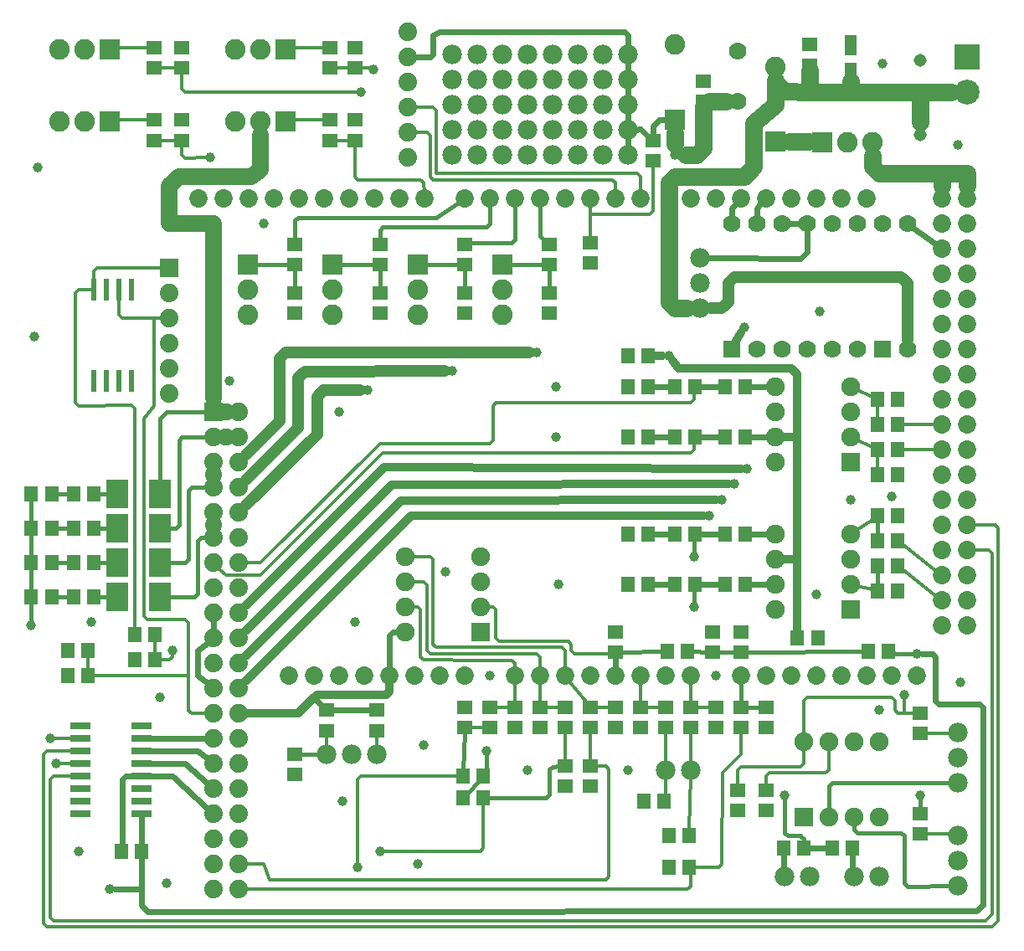
<source format=gtl>
G04 MADE WITH FRITZING*
G04 WWW.FRITZING.ORG*
G04 DOUBLE SIDED*
G04 HOLES PLATED*
G04 CONTOUR ON CENTER OF CONTOUR VECTOR*
%ASAXBY*%
%FSLAX23Y23*%
%MOIN*%
%OFA0B0*%
%SFA1.0B1.0*%
%ADD10C,0.039370*%
%ADD11C,0.075000*%
%ADD12C,0.070000*%
%ADD13C,0.074000*%
%ADD14C,0.078000*%
%ADD15C,0.072917*%
%ADD16C,0.082000*%
%ADD17C,0.051496*%
%ADD18C,0.099055*%
%ADD19R,0.090086X0.113708*%
%ADD20R,0.075000X0.075000*%
%ADD21R,0.023622X0.086614*%
%ADD22R,0.055118X0.059055*%
%ADD23R,0.047244X0.078740*%
%ADD24R,0.080000X0.026000*%
%ADD25R,0.059055X0.055118*%
%ADD26R,0.074000X0.074000*%
%ADD27R,0.070000X0.070000*%
%ADD28R,0.082000X0.082000*%
%ADD29R,0.099055X0.099055*%
%ADD30C,0.016000*%
%ADD31C,0.024000*%
%ADD32C,0.012000*%
%ADD33C,0.032000*%
%ADD34C,0.065000*%
%ADD35C,0.048000*%
%LNCOPPER1*%
G90*
G70*
G54D10*
X369Y289D03*
X57Y1339D03*
G54D11*
X3319Y1402D03*
X3019Y1402D03*
X3319Y1502D03*
X3019Y1502D03*
X3319Y1602D03*
X3019Y1602D03*
X3319Y1702D03*
X3019Y1702D03*
X3319Y1989D03*
X3019Y1989D03*
X3319Y2089D03*
X3019Y2089D03*
X3319Y2189D03*
X3019Y2189D03*
X3319Y2289D03*
X3019Y2289D03*
G54D10*
X594Y314D03*
X3319Y1839D03*
X244Y439D03*
X69Y2489D03*
X2157Y1502D03*
X3432Y1002D03*
X3757Y1114D03*
X982Y2939D03*
X1282Y2189D03*
G54D12*
X2869Y3627D03*
X2869Y3427D03*
G54D10*
X157Y789D03*
X132Y889D03*
X1444Y439D03*
X1869Y839D03*
X2432Y764D03*
X1619Y864D03*
X1294Y639D03*
G54D13*
X1557Y3702D03*
X1557Y3602D03*
X1557Y3502D03*
X1557Y3402D03*
X1557Y3302D03*
X1557Y3202D03*
X1557Y3702D03*
X1557Y3602D03*
X1557Y3502D03*
X1557Y3402D03*
X1557Y3302D03*
X1557Y3202D03*
G54D11*
X1844Y1314D03*
X1544Y1314D03*
X1844Y1414D03*
X1544Y1414D03*
X1844Y1514D03*
X1544Y1514D03*
X1844Y1614D03*
X1544Y1614D03*
G54D10*
X619Y1239D03*
X3057Y664D03*
X3582Y1227D03*
X2619Y3214D03*
X1732Y2352D03*
X2069Y2427D03*
X1394Y2277D03*
X2807Y1839D03*
X2757Y1777D03*
X2857Y1902D03*
X2907Y1964D03*
X769Y3202D03*
X1369Y3464D03*
X1419Y3552D03*
X3594Y664D03*
X3532Y1064D03*
X2594Y2414D03*
X1357Y377D03*
X1594Y389D03*
X3182Y1464D03*
X1344Y1352D03*
X1882Y1139D03*
X82Y3164D03*
X294Y1352D03*
X569Y1052D03*
X2782Y1139D03*
X1707Y1552D03*
X3744Y3252D03*
X3194Y2589D03*
G54D13*
X607Y2764D03*
X607Y2664D03*
X607Y2564D03*
X607Y2464D03*
X607Y2364D03*
X607Y2264D03*
G54D10*
X2144Y2289D03*
X2144Y2089D03*
X3482Y1852D03*
X844Y2314D03*
G54D12*
X3544Y2939D03*
X3544Y2439D03*
X3444Y2939D03*
X3444Y2439D03*
X3344Y2939D03*
X3344Y2439D03*
X3244Y2939D03*
X3244Y2439D03*
X3144Y2939D03*
X3144Y2439D03*
X3044Y2939D03*
X3044Y2439D03*
X2944Y2939D03*
X2944Y2439D03*
X2844Y2939D03*
X2844Y2439D03*
G54D10*
X3444Y3577D03*
X2032Y764D03*
G54D14*
X1732Y3214D03*
X1732Y3314D03*
X1732Y3414D03*
X1732Y3514D03*
X1732Y3614D03*
X2432Y3214D03*
X2432Y3314D03*
X2432Y3414D03*
X2432Y3514D03*
X2432Y3614D03*
X2232Y3614D03*
X2232Y3514D03*
X2232Y3414D03*
X2032Y3414D03*
X2032Y3614D03*
X2032Y3514D03*
X2032Y3214D03*
X2032Y3314D03*
X1832Y3514D03*
X1832Y3614D03*
X2332Y3214D03*
X1932Y3614D03*
X1932Y3414D03*
X1932Y3214D03*
X1932Y3314D03*
X2332Y3614D03*
X2332Y3514D03*
X2332Y3414D03*
X1832Y3214D03*
X1832Y3314D03*
X2132Y3414D03*
X1932Y3514D03*
X2132Y3214D03*
X2132Y3314D03*
X1432Y827D03*
X1332Y827D03*
X1232Y827D03*
X2132Y3614D03*
X2132Y3514D03*
X2332Y3314D03*
X1832Y3414D03*
X2232Y3214D03*
X2232Y3314D03*
G54D10*
X2894Y2527D03*
G54D11*
X3132Y577D03*
X3132Y877D03*
X3232Y577D03*
X3232Y877D03*
X3332Y577D03*
X3332Y877D03*
X3432Y577D03*
X3432Y877D03*
G54D13*
X882Y2189D03*
X882Y2089D03*
X882Y1989D03*
X882Y1889D03*
X882Y1789D03*
X882Y1689D03*
X882Y1589D03*
X882Y1489D03*
X882Y1389D03*
X882Y1289D03*
X882Y1189D03*
X882Y1089D03*
X882Y989D03*
X882Y889D03*
X882Y789D03*
X882Y689D03*
X882Y589D03*
X882Y489D03*
X882Y389D03*
X882Y289D03*
X782Y2189D03*
X782Y2089D03*
X782Y1989D03*
X782Y1889D03*
X782Y1789D03*
X782Y1689D03*
X782Y1589D03*
X782Y1489D03*
X782Y1389D03*
X782Y1289D03*
X782Y1189D03*
X782Y1089D03*
X782Y989D03*
X782Y889D03*
X782Y789D03*
X782Y689D03*
X782Y589D03*
X782Y489D03*
X782Y389D03*
X782Y289D03*
G54D15*
X2982Y1139D03*
X1382Y1139D03*
X3082Y1139D03*
X3182Y1139D03*
X3282Y1139D03*
X3382Y1139D03*
X3682Y2539D03*
X3482Y1139D03*
X3582Y1139D03*
X1422Y3039D03*
X1982Y1139D03*
X2082Y1139D03*
X2182Y1139D03*
X2282Y1139D03*
X3682Y1739D03*
X2382Y1139D03*
X2482Y1139D03*
X2582Y1139D03*
X2682Y1139D03*
X2182Y3039D03*
X3682Y2939D03*
X3682Y2139D03*
X3682Y1339D03*
X1022Y3039D03*
X1782Y1139D03*
X1782Y3039D03*
X3682Y2739D03*
X3682Y2339D03*
X3682Y1939D03*
X3382Y3039D03*
X3682Y1539D03*
X3282Y3039D03*
X3182Y3039D03*
X3082Y3039D03*
X2982Y3039D03*
X2882Y3039D03*
X2782Y3039D03*
X2682Y3039D03*
X822Y3039D03*
X1222Y3039D03*
X1622Y3039D03*
X1182Y1139D03*
X1582Y1139D03*
X2382Y3039D03*
X1982Y3039D03*
X3682Y3039D03*
X3682Y2839D03*
X3682Y2639D03*
X3682Y2439D03*
X3682Y2239D03*
X3682Y2039D03*
X3682Y1839D03*
X3682Y1639D03*
X3682Y1439D03*
X722Y3039D03*
X922Y3039D03*
X1122Y3039D03*
X1322Y3039D03*
X1522Y3039D03*
X1082Y1139D03*
X1282Y1139D03*
X1482Y1139D03*
X1682Y1139D03*
X2482Y3039D03*
X2282Y3039D03*
X2082Y3039D03*
X1882Y3039D03*
X3782Y3039D03*
X3782Y2939D03*
X3782Y2839D03*
X3782Y2739D03*
X3782Y2639D03*
X3782Y2539D03*
X3782Y2439D03*
X3782Y2339D03*
X3782Y2239D03*
X3782Y2139D03*
X3782Y2039D03*
X3782Y1939D03*
X3782Y1839D03*
X3782Y1739D03*
X3782Y1639D03*
X3782Y1539D03*
X3782Y1439D03*
X3782Y1339D03*
X2882Y1139D03*
G54D16*
X1257Y2777D03*
X1257Y2677D03*
X1257Y2577D03*
X1932Y2777D03*
X1932Y2677D03*
X1932Y2577D03*
X1594Y2777D03*
X1594Y2677D03*
X1594Y2577D03*
X919Y2777D03*
X919Y2677D03*
X919Y2577D03*
G54D14*
X3744Y302D03*
X3744Y402D03*
X3744Y502D03*
X3744Y914D03*
X3744Y814D03*
X3744Y714D03*
X2719Y2802D03*
X2719Y2702D03*
X2719Y2602D03*
X3057Y339D03*
X3157Y339D03*
X2682Y764D03*
X2582Y764D03*
X3432Y339D03*
X3332Y339D03*
G54D16*
X3207Y3264D03*
X3307Y3264D03*
X3407Y3264D03*
X2619Y3354D03*
X2619Y3652D03*
X3019Y3266D03*
X3019Y3564D03*
G54D17*
X3594Y3294D03*
X3594Y3589D03*
X3594Y3294D03*
X3594Y3589D03*
G54D16*
X369Y3346D03*
X269Y3346D03*
X169Y3346D03*
X1069Y3633D03*
X969Y3633D03*
X869Y3633D03*
X369Y3633D03*
X269Y3633D03*
X169Y3633D03*
X1069Y3346D03*
X969Y3346D03*
X869Y3346D03*
G54D18*
X3782Y3602D03*
X3782Y3464D03*
G54D10*
X2694Y1414D03*
X2694Y1614D03*
G54D19*
X569Y1452D03*
X400Y1452D03*
X569Y1589D03*
X400Y1589D03*
X569Y1727D03*
X400Y1727D03*
X569Y1864D03*
X400Y1864D03*
G54D20*
X3319Y1402D03*
X3319Y1989D03*
G54D21*
X407Y2677D03*
X407Y2314D03*
X457Y2677D03*
X357Y2677D03*
X307Y2677D03*
X457Y2314D03*
X357Y2314D03*
X307Y2314D03*
G54D22*
X57Y1452D03*
X138Y1452D03*
X57Y1589D03*
X138Y1589D03*
X57Y1727D03*
X138Y1727D03*
X57Y1864D03*
X138Y1864D03*
X2619Y1502D03*
X2700Y1502D03*
X2619Y1702D03*
X2700Y1702D03*
X2619Y2089D03*
X2700Y2089D03*
X2619Y2289D03*
X2700Y2289D03*
X307Y1452D03*
X226Y1452D03*
X307Y1589D03*
X226Y1589D03*
X307Y1727D03*
X226Y1727D03*
X307Y1864D03*
X226Y1864D03*
X2432Y1502D03*
X2513Y1502D03*
X2432Y1702D03*
X2513Y1702D03*
X2432Y2089D03*
X2513Y2089D03*
X2432Y2289D03*
X2513Y2289D03*
G54D23*
X3319Y3539D03*
X3319Y3649D03*
G54D24*
X252Y939D03*
X252Y889D03*
X252Y839D03*
X252Y789D03*
X252Y739D03*
X252Y689D03*
X252Y639D03*
X252Y589D03*
X494Y589D03*
X494Y639D03*
X494Y689D03*
X494Y739D03*
X494Y789D03*
X494Y839D03*
X494Y889D03*
X494Y939D03*
G54D22*
X414Y439D03*
X494Y439D03*
X550Y1202D03*
X469Y1202D03*
G54D20*
X1844Y1314D03*
G54D25*
X2532Y3189D03*
X2532Y3270D03*
X3157Y3652D03*
X3157Y3571D03*
X2732Y3507D03*
X2732Y3427D03*
G54D22*
X469Y1302D03*
X550Y1302D03*
X201Y1239D03*
X282Y1239D03*
G54D25*
X1344Y3271D03*
X1344Y3352D03*
X1244Y3558D03*
X1244Y3639D03*
X1344Y3558D03*
X1344Y3639D03*
X1244Y3271D03*
X1244Y3352D03*
X657Y3558D03*
X657Y3639D03*
X544Y3558D03*
X544Y3639D03*
X657Y3271D03*
X657Y3352D03*
X544Y3271D03*
X544Y3352D03*
G54D22*
X3507Y2239D03*
X3426Y2239D03*
X3507Y1939D03*
X3426Y1939D03*
X3507Y2039D03*
X3426Y2039D03*
X3507Y2139D03*
X3426Y2139D03*
X2432Y2414D03*
X2513Y2414D03*
X3507Y1477D03*
X3426Y1477D03*
X3507Y1577D03*
X3426Y1577D03*
X3507Y1677D03*
X3426Y1677D03*
X3507Y1777D03*
X3426Y1777D03*
G54D25*
X1107Y2583D03*
X1107Y2664D03*
X1444Y2583D03*
X1444Y2664D03*
X1782Y2583D03*
X1782Y2664D03*
X2119Y2583D03*
X2119Y2664D03*
X1107Y2857D03*
X1107Y2777D03*
X1444Y2857D03*
X1444Y2777D03*
X1782Y2857D03*
X1782Y2777D03*
X2119Y2857D03*
X2119Y2777D03*
G54D22*
X2819Y2089D03*
X2900Y2089D03*
X2900Y2289D03*
X2819Y2289D03*
X1776Y652D03*
X1857Y652D03*
G54D25*
X2282Y698D03*
X2282Y779D03*
G54D22*
X201Y1139D03*
X282Y1139D03*
X3188Y1289D03*
X3107Y1289D03*
G54D25*
X2769Y1314D03*
X2769Y1233D03*
X2082Y933D03*
X2082Y1014D03*
X1232Y921D03*
X1232Y1002D03*
X1107Y746D03*
X1107Y827D03*
X2282Y2783D03*
X2282Y2864D03*
X1982Y933D03*
X1982Y1014D03*
G54D22*
X1857Y739D03*
X1776Y739D03*
G54D25*
X1782Y1014D03*
X1782Y933D03*
G54D22*
X3469Y1235D03*
X3389Y1235D03*
G54D25*
X2382Y1233D03*
X2382Y1314D03*
X3594Y908D03*
X3594Y989D03*
G54D22*
X3245Y452D03*
X3326Y452D03*
X3132Y452D03*
X3051Y452D03*
G54D25*
X3594Y508D03*
X3594Y589D03*
X2982Y682D03*
X2982Y602D03*
G54D26*
X607Y2764D03*
G54D27*
X2844Y2439D03*
X3444Y2439D03*
G54D22*
X2594Y502D03*
X2675Y502D03*
X2494Y639D03*
X2575Y639D03*
G54D20*
X3132Y577D03*
G54D26*
X782Y2189D03*
G54D28*
X1257Y2777D03*
X1932Y2777D03*
X1594Y2777D03*
X919Y2777D03*
X3207Y3264D03*
X2619Y3353D03*
X3019Y3265D03*
X369Y3346D03*
X1069Y3633D03*
X369Y3633D03*
X1069Y3346D03*
G54D29*
X3782Y3602D03*
G54D25*
X2982Y933D03*
X2982Y1014D03*
G54D22*
X2594Y377D03*
X2675Y377D03*
G54D25*
X2869Y603D03*
X2869Y683D03*
X2182Y698D03*
X2182Y779D03*
X1882Y933D03*
X1882Y1014D03*
X2182Y933D03*
X2182Y1014D03*
X1432Y921D03*
X1432Y1002D03*
X2882Y933D03*
X2882Y1014D03*
X2682Y933D03*
X2682Y1014D03*
X2582Y933D03*
X2582Y1014D03*
X2782Y933D03*
X2782Y1014D03*
X2482Y933D03*
X2482Y1014D03*
X2282Y933D03*
X2282Y1014D03*
X2382Y933D03*
X2382Y1014D03*
G54D22*
X2819Y1502D03*
X2900Y1502D03*
X2900Y1702D03*
X2819Y1702D03*
X2669Y1235D03*
X2589Y1235D03*
G54D25*
X2882Y1233D03*
X2882Y1314D03*
G54D30*
X362Y1589D02*
X329Y1589D01*
D02*
X362Y1452D02*
X329Y1452D01*
D02*
X204Y1452D02*
X160Y1452D01*
D02*
X204Y1589D02*
X160Y1589D01*
D02*
X204Y1727D02*
X160Y1727D01*
D02*
X204Y1864D02*
X160Y1864D01*
D02*
X569Y1914D02*
X569Y2164D01*
D02*
X569Y2164D02*
X594Y2189D01*
D02*
X645Y2076D02*
X657Y2089D01*
D02*
X645Y1739D02*
X645Y2076D01*
D02*
X657Y2089D02*
X756Y2089D01*
D02*
X632Y1726D02*
X645Y1739D01*
D02*
X594Y2189D02*
X756Y2189D01*
D02*
X57Y1428D02*
X57Y1352D01*
G54D31*
D02*
X388Y289D02*
X495Y289D01*
G54D30*
D02*
X57Y1565D02*
X57Y1476D01*
D02*
X57Y1703D02*
X57Y1613D01*
D02*
X57Y1751D02*
X57Y1840D01*
D02*
X362Y1864D02*
X329Y1864D01*
D02*
X362Y1727D02*
X329Y1727D01*
D02*
X681Y1876D02*
X695Y1890D01*
D02*
X681Y1602D02*
X681Y1876D01*
D02*
X719Y1465D02*
X719Y1676D01*
D02*
X719Y1676D02*
X733Y1690D01*
D02*
X733Y1690D02*
X756Y1689D01*
D02*
X607Y1452D02*
X706Y1452D01*
D02*
X706Y1452D02*
X719Y1465D01*
D02*
X695Y1890D02*
X756Y1889D01*
D02*
X607Y1589D02*
X670Y1589D01*
D02*
X670Y1589D02*
X681Y1602D01*
D02*
X607Y1726D02*
X632Y1726D01*
G54D32*
D02*
X3404Y2249D02*
X3340Y2279D01*
G54D31*
D02*
X2991Y1702D02*
X2922Y1702D01*
D02*
X2922Y1502D02*
X2991Y1502D01*
G54D32*
D02*
X3404Y1482D02*
X3342Y1496D01*
D02*
X3404Y1761D02*
X3338Y1715D01*
G54D31*
D02*
X2991Y2089D02*
X2922Y2089D01*
D02*
X2991Y2289D02*
X2922Y2289D01*
G54D32*
D02*
X2482Y1036D02*
X2482Y1114D01*
D02*
X2794Y376D02*
X2697Y377D01*
D02*
X2808Y752D02*
X2806Y389D01*
D02*
X2881Y826D02*
X2808Y752D01*
D02*
X2882Y911D02*
X2881Y826D01*
D02*
X2806Y389D02*
X2794Y376D01*
D02*
X2582Y639D02*
X2575Y639D01*
D02*
X2582Y739D02*
X2582Y639D01*
D02*
X2264Y1036D02*
X2197Y1120D01*
D02*
X1982Y1036D02*
X1982Y1114D01*
D02*
X2582Y911D02*
X2582Y789D01*
D02*
X2681Y740D02*
X2676Y526D01*
D02*
X2506Y1014D02*
X2558Y1014D01*
D02*
X2706Y1014D02*
X2758Y1014D01*
D02*
X2682Y1036D02*
X2682Y1114D01*
D02*
X2682Y789D02*
X2682Y911D01*
D02*
X407Y2577D02*
X420Y2564D01*
D02*
X407Y2639D02*
X407Y2577D01*
D02*
X544Y2564D02*
X581Y2564D01*
D02*
X420Y2564D02*
X544Y2564D01*
D02*
X544Y2214D02*
X544Y2564D01*
D02*
X506Y2164D02*
X544Y2214D01*
D02*
X506Y1376D02*
X506Y2164D01*
D02*
X669Y1364D02*
X520Y1364D01*
D02*
X520Y1364D02*
X506Y1376D01*
D02*
X682Y1351D02*
X669Y1364D01*
D02*
X682Y1139D02*
X682Y1351D01*
G54D12*
D02*
X2619Y3255D02*
X2619Y3299D01*
G54D32*
D02*
X304Y1139D02*
X682Y1139D01*
G54D12*
D02*
X3320Y3505D02*
X3320Y3464D01*
G54D32*
D02*
X1069Y3352D02*
X1220Y3352D01*
D02*
X1069Y3372D02*
X1069Y3352D01*
D02*
X2282Y2886D02*
X2281Y2976D01*
G54D30*
D02*
X2694Y1514D02*
X2694Y1427D01*
D02*
X2700Y1502D02*
X2694Y1514D01*
G54D32*
D02*
X2382Y1226D02*
X2220Y1226D01*
D02*
X2206Y1240D02*
X2206Y1264D01*
D02*
X2206Y1264D02*
X2194Y1277D01*
D02*
X1907Y1402D02*
X1894Y1414D01*
D02*
X1907Y1289D02*
X1907Y1402D01*
D02*
X1920Y1277D02*
X1907Y1289D01*
D02*
X1894Y1414D02*
X1867Y1414D01*
D02*
X2194Y1277D02*
X1920Y1277D01*
D02*
X2220Y1226D02*
X2206Y1240D01*
D02*
X2382Y1233D02*
X2382Y1226D01*
G54D33*
D02*
X2570Y2414D02*
X2535Y2414D01*
D02*
X3107Y1313D02*
X3107Y1602D01*
G54D30*
D02*
X2694Y1702D02*
X2694Y1627D01*
D02*
X2700Y1702D02*
X2694Y1702D01*
G54D31*
D02*
X2535Y2089D02*
X2597Y2089D01*
D02*
X2722Y2089D02*
X2797Y2089D01*
D02*
X2535Y2289D02*
X2597Y2289D01*
D02*
X2722Y2289D02*
X2797Y2289D01*
G54D30*
D02*
X2567Y1235D02*
X2406Y1234D01*
D02*
X2745Y1234D02*
X2691Y1235D01*
D02*
X2858Y1233D02*
X2793Y1233D01*
D02*
X3367Y1235D02*
X2906Y1233D01*
G54D31*
D02*
X2382Y1211D02*
X2382Y1169D01*
G54D12*
D02*
X3018Y3414D02*
X3018Y3501D01*
D02*
X2931Y3339D02*
X3018Y3414D01*
G54D31*
D02*
X2535Y1702D02*
X2597Y1702D01*
D02*
X2797Y1702D02*
X2722Y1702D01*
D02*
X2797Y1502D02*
X2722Y1502D01*
D02*
X2535Y1502D02*
X2597Y1502D01*
G54D12*
D02*
X2931Y3165D02*
X2931Y3339D01*
D02*
X2894Y3127D02*
X2931Y3165D01*
D02*
X3407Y3165D02*
X3407Y3210D01*
D02*
X3781Y3140D02*
X3781Y3091D01*
D02*
X3681Y3140D02*
X3781Y3140D01*
D02*
X3681Y3140D02*
X3432Y3140D01*
D02*
X3432Y3140D02*
X3407Y3165D01*
D02*
X3681Y3091D02*
X3681Y3140D01*
D02*
X3157Y3549D02*
X3156Y3464D01*
D02*
X2821Y3427D02*
X2756Y3427D01*
G54D33*
D02*
X2609Y2395D02*
X2633Y2364D01*
G54D31*
D02*
X432Y739D02*
X460Y739D01*
D02*
X419Y727D02*
X432Y739D01*
G54D32*
D02*
X218Y889D02*
X145Y889D01*
D02*
X218Y789D02*
X170Y789D01*
D02*
X619Y1214D02*
X619Y1226D01*
D02*
X607Y1202D02*
X619Y1214D01*
D02*
X572Y1202D02*
X607Y1202D01*
G54D31*
D02*
X419Y439D02*
X419Y727D01*
D02*
X494Y582D02*
X494Y463D01*
D02*
X414Y439D02*
X419Y439D01*
D02*
X495Y289D02*
X495Y415D01*
D02*
X495Y226D02*
X495Y289D01*
D02*
X519Y201D02*
X3819Y202D01*
D02*
X495Y226D02*
X519Y201D01*
D02*
X3645Y1227D02*
X3601Y1227D01*
D02*
X3656Y1214D02*
X3645Y1227D01*
D02*
X3657Y1039D02*
X3656Y1214D01*
D02*
X3819Y202D02*
X3844Y226D01*
D02*
X3670Y1026D02*
X3657Y1039D01*
D02*
X3832Y1026D02*
X3670Y1026D01*
D02*
X3844Y1014D02*
X3832Y1026D01*
D02*
X3844Y226D02*
X3844Y1014D01*
D02*
X1210Y1024D02*
X1182Y1052D01*
G54D30*
D02*
X1207Y827D02*
X1131Y827D01*
G54D32*
D02*
X1958Y1014D02*
X1906Y1014D01*
D02*
X1806Y933D02*
X1858Y933D01*
D02*
X2182Y801D02*
X2182Y911D01*
D02*
X2106Y1014D02*
X2158Y1014D01*
D02*
X2082Y1114D02*
X2082Y1036D01*
D02*
X1845Y440D02*
X1458Y439D01*
D02*
X1356Y726D02*
X1357Y390D01*
D02*
X1370Y739D02*
X1356Y726D01*
D02*
X1754Y739D02*
X1370Y739D01*
G54D30*
D02*
X1781Y911D02*
X1777Y763D01*
G54D32*
D02*
X2306Y1014D02*
X2358Y1014D01*
D02*
X2282Y801D02*
X2282Y911D01*
D02*
X1857Y452D02*
X1845Y440D01*
D02*
X1857Y628D02*
X1857Y452D01*
G54D30*
D02*
X1835Y715D02*
X1798Y675D01*
D02*
X1869Y739D02*
X1857Y739D01*
D02*
X1869Y826D02*
X1869Y739D01*
G54D32*
D02*
X1969Y1201D02*
X1856Y1201D01*
D02*
X1595Y1414D02*
X1567Y1414D01*
D02*
X1606Y1402D02*
X1595Y1414D01*
D02*
X1606Y1214D02*
X1606Y1402D01*
D02*
X1619Y1202D02*
X1606Y1214D01*
D02*
X1856Y1201D02*
X1619Y1202D01*
D02*
X1981Y1189D02*
X1969Y1201D01*
D02*
X1982Y1164D02*
X1981Y1189D01*
G54D31*
D02*
X1644Y3602D02*
X1588Y3602D01*
D02*
X1656Y3614D02*
X1644Y3602D01*
D02*
X1657Y3689D02*
X1656Y3614D01*
D02*
X2420Y3702D02*
X1682Y3702D01*
D02*
X2432Y3689D02*
X2420Y3702D01*
D02*
X1682Y3702D02*
X1657Y3689D01*
D02*
X2432Y3644D02*
X2432Y3689D01*
G54D32*
D02*
X1644Y3126D02*
X1644Y3288D01*
D02*
X1644Y3288D02*
X1632Y3303D01*
D02*
X1632Y3303D02*
X1582Y3302D01*
D02*
X1669Y3390D02*
X1656Y3402D01*
D02*
X1656Y3402D02*
X1582Y3402D01*
D02*
X2382Y3102D02*
X2369Y3114D01*
D02*
X2369Y3114D02*
X1657Y3114D01*
D02*
X2482Y3126D02*
X2469Y3139D01*
D02*
X2469Y3139D02*
X1670Y3139D01*
D02*
X1670Y3139D02*
X1669Y3390D01*
D02*
X1657Y3114D02*
X1644Y3126D01*
D02*
X2482Y3064D02*
X2482Y3126D01*
D02*
X2382Y3064D02*
X2382Y3102D01*
D02*
X2082Y1214D02*
X2082Y1164D01*
D02*
X2070Y1226D02*
X2082Y1214D01*
D02*
X1645Y1226D02*
X2070Y1226D01*
D02*
X1620Y1514D02*
X1632Y1501D01*
D02*
X1632Y1501D02*
X1632Y1240D01*
D02*
X1632Y1240D02*
X1645Y1226D01*
D02*
X1567Y1514D02*
X1620Y1514D01*
G54D31*
D02*
X1494Y1314D02*
X1481Y1301D01*
D02*
X1516Y1314D02*
X1494Y1314D01*
D02*
X1481Y1301D02*
X1482Y1169D01*
G54D33*
D02*
X2860Y2467D02*
X2882Y2505D01*
G54D32*
D02*
X2169Y1252D02*
X2182Y1240D01*
D02*
X1669Y1252D02*
X2169Y1252D01*
D02*
X1657Y1264D02*
X1669Y1252D01*
D02*
X1657Y1602D02*
X1657Y1264D01*
D02*
X1645Y1614D02*
X1657Y1602D01*
D02*
X1567Y1614D02*
X1645Y1614D01*
D02*
X2182Y1240D02*
X2182Y1164D01*
G54D31*
D02*
X2432Y3584D02*
X2432Y3544D01*
D02*
X2482Y3315D02*
X2462Y3314D01*
D02*
X2508Y3291D02*
X2482Y3315D01*
G54D12*
D02*
X2732Y3405D02*
X2732Y3240D01*
G54D32*
D02*
X3482Y1052D02*
X3494Y1039D01*
D02*
X3494Y1002D02*
X3507Y989D01*
D02*
X3507Y989D02*
X3532Y989D01*
D02*
X3494Y1039D02*
X3494Y1002D01*
D02*
X3132Y1039D02*
X3145Y1052D01*
D02*
X3570Y989D02*
X3532Y989D01*
D02*
X3532Y989D02*
X3532Y1051D01*
D02*
X3145Y1052D02*
X3482Y1052D01*
D02*
X3132Y900D02*
X3132Y1039D01*
G54D30*
D02*
X3532Y314D02*
X3545Y301D01*
D02*
X3232Y701D02*
X3245Y714D01*
D02*
X3532Y502D02*
X3532Y314D01*
D02*
X3232Y600D02*
X3232Y701D01*
D02*
X3245Y714D02*
X3720Y714D01*
D02*
X3594Y611D02*
X3594Y651D01*
D02*
X3545Y301D02*
X3720Y302D01*
D02*
X3519Y514D02*
X3532Y502D01*
D02*
X3344Y514D02*
X3519Y514D01*
D02*
X3332Y527D02*
X3344Y514D01*
D02*
X3332Y553D02*
X3332Y527D01*
G54D32*
D02*
X3133Y788D02*
X3132Y853D01*
D02*
X3119Y776D02*
X3133Y788D01*
D02*
X2881Y776D02*
X3119Y776D01*
D02*
X2869Y705D02*
X2869Y764D01*
D02*
X2869Y764D02*
X2881Y776D01*
G54D31*
D02*
X719Y1239D02*
X720Y1139D01*
D02*
X720Y1139D02*
X758Y1109D01*
D02*
X782Y1320D02*
X782Y1358D01*
G54D32*
D02*
X282Y1163D02*
X282Y1215D01*
G54D31*
D02*
X758Y1270D02*
X719Y1239D01*
G54D34*
D02*
X835Y2089D02*
X829Y2089D01*
D02*
X835Y2189D02*
X829Y2189D01*
D02*
X782Y1736D02*
X782Y1742D01*
D02*
X782Y1936D02*
X782Y1942D01*
G54D32*
D02*
X3744Y508D02*
X3744Y526D01*
D02*
X3618Y508D02*
X3744Y508D01*
D02*
X3707Y908D02*
X3720Y910D01*
D02*
X3618Y908D02*
X3707Y908D01*
G54D30*
D02*
X3426Y1753D02*
X3426Y1701D01*
G54D32*
D02*
X3426Y2215D02*
X3426Y2163D01*
G54D33*
D02*
X3107Y1602D02*
X3107Y2089D01*
D02*
X3054Y1602D02*
X3107Y1602D01*
D02*
X3107Y2089D02*
X3054Y2089D01*
G54D31*
D02*
X2557Y3352D02*
X2587Y3353D01*
D02*
X2532Y3326D02*
X2557Y3352D01*
D02*
X2532Y3292D02*
X2532Y3326D01*
G54D33*
D02*
X3082Y2364D02*
X3107Y2340D01*
D02*
X3107Y2340D02*
X3107Y2089D01*
D02*
X2633Y2364D02*
X3082Y2364D01*
G54D12*
D02*
X3320Y3464D02*
X3596Y3463D01*
D02*
X3156Y3464D02*
X3320Y3464D01*
D02*
X3595Y3343D02*
X3596Y3463D01*
D02*
X3596Y3463D02*
X3719Y3464D01*
D02*
X2706Y3214D02*
X2661Y3214D01*
D02*
X2732Y3240D02*
X2706Y3214D01*
D02*
X3018Y3501D02*
X3018Y3510D01*
D02*
X3056Y3465D02*
X3018Y3501D01*
D02*
X3156Y3464D02*
X3056Y3465D01*
D02*
X3153Y3265D02*
X3074Y3265D01*
G54D31*
D02*
X2432Y3244D02*
X2432Y3284D01*
D02*
X2432Y3344D02*
X2432Y3384D01*
D02*
X2432Y3444D02*
X2432Y3484D01*
D02*
X2845Y3001D02*
X2861Y3018D01*
D02*
X2944Y3001D02*
X2960Y3018D01*
D02*
X2844Y2965D02*
X2845Y3001D01*
D02*
X2944Y2965D02*
X2944Y3001D01*
G54D32*
D02*
X2281Y2976D02*
X2519Y2977D01*
D02*
X2531Y2989D02*
X2532Y3167D01*
D02*
X2519Y2977D02*
X2531Y2989D01*
D02*
X2282Y3014D02*
X2281Y2976D01*
D02*
X2981Y738D02*
X2995Y752D01*
D02*
X2982Y704D02*
X2981Y738D01*
D02*
X3232Y764D02*
X3232Y853D01*
D02*
X3219Y752D02*
X3232Y764D01*
D02*
X2995Y752D02*
X3219Y752D01*
G54D31*
D02*
X1256Y1002D02*
X1408Y1002D01*
G54D33*
D02*
X1482Y1077D02*
X1470Y1064D01*
D02*
X1482Y1103D02*
X1482Y1077D01*
G54D30*
D02*
X2119Y665D02*
X2107Y652D01*
D02*
X2119Y765D02*
X2119Y665D01*
D02*
X2131Y777D02*
X2119Y765D01*
D02*
X2107Y652D02*
X1879Y652D01*
D02*
X2158Y778D02*
X2131Y777D01*
G54D32*
D02*
X550Y1278D02*
X550Y1226D01*
D02*
X3404Y2049D02*
X3340Y2079D01*
G54D30*
D02*
X3426Y1553D02*
X3426Y1501D01*
G54D32*
D02*
X3426Y2015D02*
X3426Y1963D01*
D02*
X1069Y3639D02*
X1220Y3639D01*
D02*
X1069Y3660D02*
X1069Y3639D01*
G54D30*
D02*
X2119Y2686D02*
X2119Y2755D01*
D02*
X1782Y2755D02*
X1782Y2686D01*
D02*
X1621Y2777D02*
X1758Y2777D01*
D02*
X1958Y2777D02*
X2095Y2777D01*
D02*
X2082Y2889D02*
X2095Y2877D01*
D02*
X2082Y3014D02*
X2082Y2889D01*
D02*
X1420Y2777D02*
X1283Y2777D01*
D02*
X1444Y2755D02*
X1444Y2686D01*
D02*
X1083Y2777D02*
X946Y2777D01*
D02*
X1107Y2686D02*
X1107Y2755D01*
G54D35*
D02*
X1145Y2351D02*
X1702Y2352D01*
D02*
X1119Y2327D02*
X1145Y2351D01*
D02*
X1119Y2126D02*
X1119Y2327D01*
D02*
X912Y1919D02*
X1119Y2126D01*
G54D30*
D02*
X1669Y2963D02*
X1761Y3025D01*
D02*
X1119Y2964D02*
X1669Y2963D01*
D02*
X1106Y2952D02*
X1119Y2964D01*
D02*
X1107Y2879D02*
X1106Y2952D01*
D02*
X1870Y2927D02*
X1882Y2939D01*
D02*
X1882Y2939D02*
X1882Y3014D01*
D02*
X1457Y2926D02*
X1870Y2927D01*
D02*
X1444Y2914D02*
X1457Y2926D01*
D02*
X1444Y2879D02*
X1444Y2914D01*
D02*
X1982Y3014D02*
X1982Y2876D01*
D02*
X1782Y2864D02*
X1782Y2857D01*
D02*
X1970Y2864D02*
X1782Y2864D01*
D02*
X1982Y2876D02*
X1970Y2864D01*
G54D35*
D02*
X1045Y2402D02*
X1045Y2152D01*
D02*
X1045Y2152D02*
X912Y2019D01*
D02*
X1069Y2427D02*
X1045Y2402D01*
D02*
X1219Y2277D02*
X1194Y2251D01*
D02*
X1194Y2251D02*
X1194Y2101D01*
D02*
X1194Y2101D02*
X912Y1819D01*
D02*
X1364Y2277D02*
X1219Y2277D01*
D02*
X2039Y2427D02*
X1069Y2427D01*
G54D31*
D02*
X3144Y2826D02*
X3119Y2801D01*
D02*
X2781Y2802D02*
X2749Y2802D01*
G54D35*
D02*
X2832Y2702D02*
X2857Y2727D01*
D02*
X2832Y2627D02*
X2832Y2702D01*
D02*
X2807Y2602D02*
X2832Y2627D01*
D02*
X2857Y2727D02*
X3520Y2727D01*
D02*
X2761Y2602D02*
X2807Y2602D01*
G54D31*
D02*
X3632Y2876D02*
X3566Y2924D01*
D02*
X3658Y2857D02*
X3632Y2876D01*
D02*
X3119Y2801D02*
X2781Y2802D01*
D02*
X3144Y2913D02*
X3144Y2826D01*
G54D35*
D02*
X3545Y2702D02*
X3544Y2476D01*
D02*
X3520Y2727D02*
X3545Y2702D01*
G54D30*
D02*
X2882Y1036D02*
X2882Y1114D01*
D02*
X2906Y1014D02*
X2958Y1014D01*
G54D32*
D02*
X319Y2764D02*
X307Y2751D01*
D02*
X469Y2202D02*
X469Y1326D01*
D02*
X231Y2227D02*
X244Y2214D01*
D02*
X231Y2663D02*
X231Y2227D01*
D02*
X244Y2676D02*
X231Y2663D01*
D02*
X457Y2215D02*
X469Y2202D01*
D02*
X244Y2214D02*
X457Y2215D01*
D02*
X301Y2677D02*
X244Y2676D01*
D02*
X307Y2751D02*
X307Y2714D01*
G54D34*
D02*
X607Y3088D02*
X645Y3127D01*
D02*
X782Y2939D02*
X607Y2939D01*
D02*
X645Y3127D02*
X933Y3126D01*
D02*
X782Y2242D02*
X782Y2939D01*
D02*
X607Y2939D02*
X607Y3088D01*
G54D32*
D02*
X581Y2764D02*
X319Y2764D01*
G54D34*
D02*
X969Y3152D02*
X969Y3292D01*
D02*
X933Y3126D02*
X969Y3152D01*
G54D32*
D02*
X1356Y3464D02*
X670Y3464D01*
D02*
X657Y3477D02*
X657Y3536D01*
D02*
X670Y3464D02*
X657Y3477D01*
D02*
X369Y3639D02*
X369Y3660D01*
D02*
X520Y3639D02*
X369Y3639D01*
D02*
X568Y3558D02*
X633Y3558D01*
D02*
X657Y3214D02*
X657Y3249D01*
D02*
X670Y3201D02*
X657Y3214D01*
D02*
X756Y3202D02*
X670Y3201D01*
D02*
X369Y3352D02*
X369Y3372D01*
D02*
X520Y3352D02*
X369Y3352D01*
D02*
X633Y3271D02*
X568Y3271D01*
D02*
X1419Y3558D02*
X1419Y3565D01*
D02*
X1368Y3558D02*
X1419Y3558D01*
D02*
X1320Y3558D02*
X1268Y3558D01*
D02*
X1619Y3102D02*
X1621Y3064D01*
D02*
X1607Y3114D02*
X1619Y3102D01*
D02*
X1357Y3114D02*
X1607Y3114D01*
D02*
X1345Y3126D02*
X1357Y3114D01*
D02*
X1344Y3249D02*
X1345Y3126D01*
D02*
X1268Y3271D02*
X1320Y3271D01*
G54D31*
D02*
X3118Y2939D02*
X3070Y2939D01*
G54D30*
D02*
X3494Y1227D02*
X3568Y1227D01*
D02*
X3491Y1228D02*
X3494Y1227D01*
G54D31*
D02*
X3326Y339D02*
X3302Y339D01*
D02*
X3326Y428D02*
X3326Y339D01*
G54D33*
D02*
X2732Y1777D02*
X1569Y1777D01*
D02*
X1530Y1837D02*
X2782Y1839D01*
D02*
X908Y1215D02*
X1530Y1837D01*
G54D31*
D02*
X3223Y452D02*
X3154Y452D01*
G54D32*
D02*
X1457Y2026D02*
X2682Y2027D01*
D02*
X2694Y2039D02*
X2697Y2065D01*
D02*
X2682Y2027D02*
X2694Y2039D01*
D02*
X970Y1540D02*
X1457Y2026D01*
D02*
X931Y1539D02*
X970Y1540D01*
D02*
X832Y1539D02*
X931Y1539D01*
D02*
X807Y1564D02*
X832Y1539D01*
D02*
X800Y1571D02*
X807Y1564D01*
G54D12*
D02*
X2620Y3126D02*
X2894Y3127D01*
D02*
X2594Y3102D02*
X2620Y3126D01*
D02*
X2595Y2627D02*
X2594Y3102D01*
D02*
X2620Y2602D02*
X2595Y2627D01*
D02*
X2667Y2602D02*
X2620Y2602D01*
G54D31*
D02*
X619Y739D02*
X529Y739D01*
D02*
X759Y610D02*
X619Y739D01*
D02*
X669Y789D02*
X529Y789D01*
D02*
X759Y710D02*
X669Y789D01*
D02*
X719Y839D02*
X529Y839D01*
D02*
X758Y808D02*
X719Y839D01*
D02*
X751Y889D02*
X529Y889D01*
G54D32*
D02*
X3657Y2039D02*
X3529Y2039D01*
D02*
X3529Y2139D02*
X3657Y2139D01*
D02*
X1232Y851D02*
X1232Y899D01*
D02*
X132Y177D02*
X145Y164D01*
D02*
X132Y726D02*
X132Y177D01*
D02*
X144Y739D02*
X132Y726D01*
D02*
X218Y739D02*
X144Y739D01*
D02*
X3857Y164D02*
X3882Y189D01*
D02*
X3882Y1627D02*
X3869Y1639D01*
D02*
X145Y164D02*
X3857Y164D01*
D02*
X3882Y189D02*
X3882Y1627D01*
D02*
X3869Y1639D02*
X3807Y1639D01*
D02*
X119Y839D02*
X107Y826D01*
D02*
X107Y826D02*
X107Y152D01*
D02*
X218Y839D02*
X119Y839D01*
D02*
X107Y152D02*
X120Y139D01*
D02*
X982Y389D02*
X1006Y327D01*
D02*
X1006Y327D02*
X1031Y327D01*
D02*
X907Y389D02*
X982Y389D01*
D02*
X2344Y779D02*
X2306Y779D01*
D02*
X2356Y765D02*
X2344Y779D01*
D02*
X2356Y339D02*
X2356Y765D01*
D02*
X2344Y327D02*
X2356Y339D01*
D02*
X1031Y327D02*
X2344Y327D01*
D02*
X2682Y301D02*
X2669Y289D01*
D02*
X2682Y377D02*
X2682Y301D01*
D02*
X2675Y377D02*
X2682Y377D01*
D02*
X2669Y289D02*
X907Y289D01*
D02*
X3882Y139D02*
X3907Y164D01*
D02*
X3906Y1727D02*
X3895Y1739D01*
D02*
X120Y139D02*
X3882Y139D01*
D02*
X3907Y164D02*
X3906Y1727D01*
D02*
X3895Y1739D02*
X3807Y1739D01*
D02*
X682Y1139D02*
X682Y1001D01*
D02*
X694Y989D02*
X756Y989D01*
D02*
X682Y1001D02*
X694Y989D01*
G54D33*
D02*
X1461Y1968D02*
X2882Y1964D01*
D02*
X908Y1415D02*
X1461Y1968D01*
D02*
X908Y1115D02*
X1569Y1777D01*
D02*
X1492Y1899D02*
X2832Y1902D01*
D02*
X908Y1315D02*
X1492Y1899D01*
G54D32*
D02*
X3662Y1554D02*
X3529Y1659D01*
D02*
X3662Y1454D02*
X3529Y1559D01*
D02*
X1894Y2214D02*
X1906Y2226D01*
D02*
X1882Y2064D02*
X1894Y2076D01*
D02*
X1894Y2076D02*
X1894Y2214D01*
D02*
X1906Y2226D02*
X2681Y2226D01*
D02*
X1445Y2064D02*
X1882Y2064D01*
D02*
X2694Y2239D02*
X2697Y2265D01*
D02*
X2681Y2226D02*
X2694Y2239D01*
D02*
X969Y1590D02*
X1445Y2064D01*
D02*
X907Y1589D02*
X969Y1590D01*
G54D33*
D02*
X1119Y989D02*
X919Y989D01*
D02*
X1194Y1064D02*
X1182Y1052D01*
D02*
X1182Y1052D02*
X1119Y989D01*
D02*
X1470Y1064D02*
X1194Y1064D01*
G54D31*
D02*
X3051Y339D02*
X3051Y428D01*
D02*
X3027Y339D02*
X3051Y339D01*
G54D30*
D02*
X3056Y514D02*
X3057Y651D01*
D02*
X3070Y502D02*
X3056Y514D01*
D02*
X3119Y502D02*
X3070Y502D01*
D02*
X3132Y489D02*
X3119Y501D01*
D02*
X3132Y476D02*
X3132Y489D01*
G54D32*
D02*
X1432Y851D02*
X1432Y899D01*
G04 End of Copper1*
M02*
</source>
